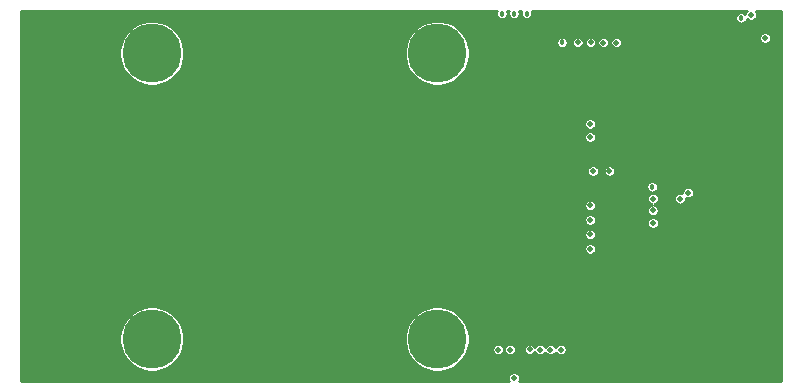
<source format=gbr>
%TF.GenerationSoftware,KiCad,Pcbnew,5.1.10-88a1d61d58~88~ubuntu20.04.1*%
%TF.CreationDate,2021-07-13T00:32:11+05:30*%
%TF.ProjectId,kimchi-epaper-lid,6b696d63-6869-42d6-9570-617065722d6c,v0.1*%
%TF.SameCoordinates,Original*%
%TF.FileFunction,Copper,L3,Inr*%
%TF.FilePolarity,Positive*%
%FSLAX46Y46*%
G04 Gerber Fmt 4.6, Leading zero omitted, Abs format (unit mm)*
G04 Created by KiCad (PCBNEW 5.1.10-88a1d61d58~88~ubuntu20.04.1) date 2021-07-13 00:32:11*
%MOMM*%
%LPD*%
G01*
G04 APERTURE LIST*
%TA.AperFunction,ComponentPad*%
%ADD10C,5.000000*%
%TD*%
%TA.AperFunction,ViaPad*%
%ADD11C,0.500000*%
%TD*%
%TA.AperFunction,ViaPad*%
%ADD12C,0.457200*%
%TD*%
%TA.AperFunction,Conductor*%
%ADD13C,0.254000*%
%TD*%
%TA.AperFunction,Conductor*%
%ADD14C,0.100000*%
%TD*%
G04 APERTURE END LIST*
D10*
X142600000Y-122100000D03*
X142600000Y-97900000D03*
X118450000Y-122100000D03*
X118450000Y-97900000D03*
D11*
X154492920Y-96985580D03*
X155585120Y-96995740D03*
X156677320Y-97000820D03*
X169179200Y-94656400D03*
X170380620Y-96617280D03*
X157769520Y-96998280D03*
X150423840Y-122987560D03*
X151302680Y-122992640D03*
X152181520Y-123007880D03*
X153060360Y-123000260D03*
X155557180Y-105014520D03*
X155554640Y-103884220D03*
X155790860Y-107894880D03*
X157187860Y-107892340D03*
X155562260Y-110790480D03*
X155562260Y-112015606D03*
X155562260Y-113240732D03*
X155562260Y-114465860D03*
D12*
X155887380Y-123002800D03*
X157109120Y-122992640D03*
X157129440Y-125423420D03*
X155821340Y-125390400D03*
X156498250Y-122982480D03*
X169750000Y-95200000D03*
X169750000Y-100050000D03*
X156475390Y-125406910D03*
D11*
X164729120Y-108212380D03*
X154614840Y-102860600D03*
D12*
X146830000Y-108940000D03*
X153164500Y-96995740D03*
X168335920Y-94918020D03*
X148079420Y-94549720D03*
X160797200Y-109220760D03*
X149100500Y-94549720D03*
D11*
X163169560Y-110221520D03*
D12*
X150169840Y-94549720D03*
D11*
X163857900Y-109718600D03*
X160860000Y-111220000D03*
X148773284Y-122993746D03*
X160865780Y-112276000D03*
X149097960Y-125398020D03*
X160865780Y-110216820D03*
X147772080Y-122992640D03*
D13*
X147615366Y-94408951D02*
X147596820Y-94502188D01*
X147596820Y-94597252D01*
X147615366Y-94690489D01*
X147651746Y-94778317D01*
X147704560Y-94857360D01*
X147771780Y-94924580D01*
X147850823Y-94977394D01*
X147938651Y-95013774D01*
X148031888Y-95032320D01*
X148126952Y-95032320D01*
X148220189Y-95013774D01*
X148308017Y-94977394D01*
X148387060Y-94924580D01*
X148454280Y-94857360D01*
X148507094Y-94778317D01*
X148543474Y-94690489D01*
X148562020Y-94597252D01*
X148562020Y-94502188D01*
X148543474Y-94408951D01*
X148510357Y-94329000D01*
X148669563Y-94329000D01*
X148636446Y-94408951D01*
X148617900Y-94502188D01*
X148617900Y-94597252D01*
X148636446Y-94690489D01*
X148672826Y-94778317D01*
X148725640Y-94857360D01*
X148792860Y-94924580D01*
X148871903Y-94977394D01*
X148959731Y-95013774D01*
X149052968Y-95032320D01*
X149148032Y-95032320D01*
X149241269Y-95013774D01*
X149329097Y-94977394D01*
X149408140Y-94924580D01*
X149475360Y-94857360D01*
X149528174Y-94778317D01*
X149564554Y-94690489D01*
X149583100Y-94597252D01*
X149583100Y-94502188D01*
X149564554Y-94408951D01*
X149531437Y-94329000D01*
X149738903Y-94329000D01*
X149705786Y-94408951D01*
X149687240Y-94502188D01*
X149687240Y-94597252D01*
X149705786Y-94690489D01*
X149742166Y-94778317D01*
X149794980Y-94857360D01*
X149862200Y-94924580D01*
X149941243Y-94977394D01*
X150029071Y-95013774D01*
X150122308Y-95032320D01*
X150217372Y-95032320D01*
X150310609Y-95013774D01*
X150398437Y-94977394D01*
X150477480Y-94924580D01*
X150544700Y-94857360D01*
X150597514Y-94778317D01*
X150633894Y-94690489D01*
X150652440Y-94597252D01*
X150652440Y-94502188D01*
X150633894Y-94408951D01*
X150600777Y-94329000D01*
X168793835Y-94329000D01*
X168787717Y-94335118D01*
X168732561Y-94417666D01*
X168694568Y-94509389D01*
X168680502Y-94580102D01*
X168643560Y-94543160D01*
X168564517Y-94490346D01*
X168476689Y-94453966D01*
X168383452Y-94435420D01*
X168288388Y-94435420D01*
X168195151Y-94453966D01*
X168107323Y-94490346D01*
X168028280Y-94543160D01*
X167961060Y-94610380D01*
X167908246Y-94689423D01*
X167871866Y-94777251D01*
X167853320Y-94870488D01*
X167853320Y-94965552D01*
X167871866Y-95058789D01*
X167908246Y-95146617D01*
X167961060Y-95225660D01*
X168028280Y-95292880D01*
X168107323Y-95345694D01*
X168195151Y-95382074D01*
X168288388Y-95400620D01*
X168383452Y-95400620D01*
X168476689Y-95382074D01*
X168564517Y-95345694D01*
X168643560Y-95292880D01*
X168710780Y-95225660D01*
X168763594Y-95146617D01*
X168799974Y-95058789D01*
X168811397Y-95001362D01*
X168857918Y-95047883D01*
X168940466Y-95103039D01*
X169032189Y-95141032D01*
X169129560Y-95160400D01*
X169228840Y-95160400D01*
X169326211Y-95141032D01*
X169417934Y-95103039D01*
X169500482Y-95047883D01*
X169570683Y-94977682D01*
X169625839Y-94895134D01*
X169663832Y-94803411D01*
X169683200Y-94706040D01*
X169683200Y-94606760D01*
X169663832Y-94509389D01*
X169625839Y-94417666D01*
X169570683Y-94335118D01*
X169564565Y-94329000D01*
X171671000Y-94329000D01*
X171671001Y-125671000D01*
X149521717Y-125671000D01*
X149544599Y-125636754D01*
X149582592Y-125545031D01*
X149601960Y-125447660D01*
X149601960Y-125348380D01*
X149582592Y-125251009D01*
X149544599Y-125159286D01*
X149489443Y-125076738D01*
X149419242Y-125006537D01*
X149336694Y-124951381D01*
X149244971Y-124913388D01*
X149147600Y-124894020D01*
X149048320Y-124894020D01*
X148950949Y-124913388D01*
X148859226Y-124951381D01*
X148776678Y-125006537D01*
X148706477Y-125076738D01*
X148651321Y-125159286D01*
X148613328Y-125251009D01*
X148593960Y-125348380D01*
X148593960Y-125447660D01*
X148613328Y-125545031D01*
X148651321Y-125636754D01*
X148674203Y-125671000D01*
X107329000Y-125671000D01*
X107329000Y-121828755D01*
X115696000Y-121828755D01*
X115696000Y-122371245D01*
X115801835Y-122903312D01*
X116009437Y-123404508D01*
X116310829Y-123855572D01*
X116694428Y-124239171D01*
X117145492Y-124540563D01*
X117646688Y-124748165D01*
X118178755Y-124854000D01*
X118721245Y-124854000D01*
X119253312Y-124748165D01*
X119754508Y-124540563D01*
X120205572Y-124239171D01*
X120589171Y-123855572D01*
X120890563Y-123404508D01*
X121098165Y-122903312D01*
X121204000Y-122371245D01*
X121204000Y-121828755D01*
X139846000Y-121828755D01*
X139846000Y-122371245D01*
X139951835Y-122903312D01*
X140159437Y-123404508D01*
X140460829Y-123855572D01*
X140844428Y-124239171D01*
X141295492Y-124540563D01*
X141796688Y-124748165D01*
X142328755Y-124854000D01*
X142871245Y-124854000D01*
X143403312Y-124748165D01*
X143904508Y-124540563D01*
X144355572Y-124239171D01*
X144739171Y-123855572D01*
X145040563Y-123404508D01*
X145231725Y-122943000D01*
X147268080Y-122943000D01*
X147268080Y-123042280D01*
X147287448Y-123139651D01*
X147325441Y-123231374D01*
X147380597Y-123313922D01*
X147450798Y-123384123D01*
X147533346Y-123439279D01*
X147625069Y-123477272D01*
X147722440Y-123496640D01*
X147821720Y-123496640D01*
X147919091Y-123477272D01*
X148010814Y-123439279D01*
X148093362Y-123384123D01*
X148163563Y-123313922D01*
X148218719Y-123231374D01*
X148256712Y-123139651D01*
X148272572Y-123059916D01*
X148288652Y-123140757D01*
X148326645Y-123232480D01*
X148381801Y-123315028D01*
X148452002Y-123385229D01*
X148534550Y-123440385D01*
X148626273Y-123478378D01*
X148723644Y-123497746D01*
X148822924Y-123497746D01*
X148920295Y-123478378D01*
X149012018Y-123440385D01*
X149094566Y-123385229D01*
X149164767Y-123315028D01*
X149219923Y-123232480D01*
X149257916Y-123140757D01*
X149277284Y-123043386D01*
X149277284Y-122944106D01*
X149276054Y-122937920D01*
X149919840Y-122937920D01*
X149919840Y-123037200D01*
X149939208Y-123134571D01*
X149977201Y-123226294D01*
X150032357Y-123308842D01*
X150102558Y-123379043D01*
X150185106Y-123434199D01*
X150276829Y-123472192D01*
X150374200Y-123491560D01*
X150473480Y-123491560D01*
X150570851Y-123472192D01*
X150662574Y-123434199D01*
X150745122Y-123379043D01*
X150815323Y-123308842D01*
X150861563Y-123239638D01*
X150911197Y-123313922D01*
X150981398Y-123384123D01*
X151063946Y-123439279D01*
X151155669Y-123477272D01*
X151253040Y-123496640D01*
X151352320Y-123496640D01*
X151449691Y-123477272D01*
X151541414Y-123439279D01*
X151623962Y-123384123D01*
X151694163Y-123313922D01*
X151737009Y-123249798D01*
X151790037Y-123329162D01*
X151860238Y-123399363D01*
X151942786Y-123454519D01*
X152034509Y-123492512D01*
X152131880Y-123511880D01*
X152231160Y-123511880D01*
X152328531Y-123492512D01*
X152420254Y-123454519D01*
X152502802Y-123399363D01*
X152573003Y-123329162D01*
X152623486Y-123253608D01*
X152668877Y-123321542D01*
X152739078Y-123391743D01*
X152821626Y-123446899D01*
X152913349Y-123484892D01*
X153010720Y-123504260D01*
X153110000Y-123504260D01*
X153207371Y-123484892D01*
X153299094Y-123446899D01*
X153381642Y-123391743D01*
X153451843Y-123321542D01*
X153506999Y-123238994D01*
X153544992Y-123147271D01*
X153564360Y-123049900D01*
X153564360Y-122950620D01*
X153544992Y-122853249D01*
X153506999Y-122761526D01*
X153451843Y-122678978D01*
X153381642Y-122608777D01*
X153299094Y-122553621D01*
X153207371Y-122515628D01*
X153110000Y-122496260D01*
X153010720Y-122496260D01*
X152913349Y-122515628D01*
X152821626Y-122553621D01*
X152739078Y-122608777D01*
X152668877Y-122678978D01*
X152618394Y-122754532D01*
X152573003Y-122686598D01*
X152502802Y-122616397D01*
X152420254Y-122561241D01*
X152328531Y-122523248D01*
X152231160Y-122503880D01*
X152131880Y-122503880D01*
X152034509Y-122523248D01*
X151942786Y-122561241D01*
X151860238Y-122616397D01*
X151790037Y-122686598D01*
X151747191Y-122750722D01*
X151694163Y-122671358D01*
X151623962Y-122601157D01*
X151541414Y-122546001D01*
X151449691Y-122508008D01*
X151352320Y-122488640D01*
X151253040Y-122488640D01*
X151155669Y-122508008D01*
X151063946Y-122546001D01*
X150981398Y-122601157D01*
X150911197Y-122671358D01*
X150864957Y-122740562D01*
X150815323Y-122666278D01*
X150745122Y-122596077D01*
X150662574Y-122540921D01*
X150570851Y-122502928D01*
X150473480Y-122483560D01*
X150374200Y-122483560D01*
X150276829Y-122502928D01*
X150185106Y-122540921D01*
X150102558Y-122596077D01*
X150032357Y-122666278D01*
X149977201Y-122748826D01*
X149939208Y-122840549D01*
X149919840Y-122937920D01*
X149276054Y-122937920D01*
X149257916Y-122846735D01*
X149219923Y-122755012D01*
X149164767Y-122672464D01*
X149094566Y-122602263D01*
X149012018Y-122547107D01*
X148920295Y-122509114D01*
X148822924Y-122489746D01*
X148723644Y-122489746D01*
X148626273Y-122509114D01*
X148534550Y-122547107D01*
X148452002Y-122602263D01*
X148381801Y-122672464D01*
X148326645Y-122755012D01*
X148288652Y-122846735D01*
X148272792Y-122926470D01*
X148256712Y-122845629D01*
X148218719Y-122753906D01*
X148163563Y-122671358D01*
X148093362Y-122601157D01*
X148010814Y-122546001D01*
X147919091Y-122508008D01*
X147821720Y-122488640D01*
X147722440Y-122488640D01*
X147625069Y-122508008D01*
X147533346Y-122546001D01*
X147450798Y-122601157D01*
X147380597Y-122671358D01*
X147325441Y-122753906D01*
X147287448Y-122845629D01*
X147268080Y-122943000D01*
X145231725Y-122943000D01*
X145248165Y-122903312D01*
X145354000Y-122371245D01*
X145354000Y-121828755D01*
X145248165Y-121296688D01*
X145040563Y-120795492D01*
X144739171Y-120344428D01*
X144355572Y-119960829D01*
X143904508Y-119659437D01*
X143403312Y-119451835D01*
X142871245Y-119346000D01*
X142328755Y-119346000D01*
X141796688Y-119451835D01*
X141295492Y-119659437D01*
X140844428Y-119960829D01*
X140460829Y-120344428D01*
X140159437Y-120795492D01*
X139951835Y-121296688D01*
X139846000Y-121828755D01*
X121204000Y-121828755D01*
X121098165Y-121296688D01*
X120890563Y-120795492D01*
X120589171Y-120344428D01*
X120205572Y-119960829D01*
X119754508Y-119659437D01*
X119253312Y-119451835D01*
X118721245Y-119346000D01*
X118178755Y-119346000D01*
X117646688Y-119451835D01*
X117145492Y-119659437D01*
X116694428Y-119960829D01*
X116310829Y-120344428D01*
X116009437Y-120795492D01*
X115801835Y-121296688D01*
X115696000Y-121828755D01*
X107329000Y-121828755D01*
X107329000Y-114416220D01*
X155058260Y-114416220D01*
X155058260Y-114515500D01*
X155077628Y-114612871D01*
X155115621Y-114704594D01*
X155170777Y-114787142D01*
X155240978Y-114857343D01*
X155323526Y-114912499D01*
X155415249Y-114950492D01*
X155512620Y-114969860D01*
X155611900Y-114969860D01*
X155709271Y-114950492D01*
X155800994Y-114912499D01*
X155883542Y-114857343D01*
X155953743Y-114787142D01*
X156008899Y-114704594D01*
X156046892Y-114612871D01*
X156066260Y-114515500D01*
X156066260Y-114416220D01*
X156046892Y-114318849D01*
X156008899Y-114227126D01*
X155953743Y-114144578D01*
X155883542Y-114074377D01*
X155800994Y-114019221D01*
X155709271Y-113981228D01*
X155611900Y-113961860D01*
X155512620Y-113961860D01*
X155415249Y-113981228D01*
X155323526Y-114019221D01*
X155240978Y-114074377D01*
X155170777Y-114144578D01*
X155115621Y-114227126D01*
X155077628Y-114318849D01*
X155058260Y-114416220D01*
X107329000Y-114416220D01*
X107329000Y-113191092D01*
X155058260Y-113191092D01*
X155058260Y-113290372D01*
X155077628Y-113387743D01*
X155115621Y-113479466D01*
X155170777Y-113562014D01*
X155240978Y-113632215D01*
X155323526Y-113687371D01*
X155415249Y-113725364D01*
X155512620Y-113744732D01*
X155611900Y-113744732D01*
X155709271Y-113725364D01*
X155800994Y-113687371D01*
X155883542Y-113632215D01*
X155953743Y-113562014D01*
X156008899Y-113479466D01*
X156046892Y-113387743D01*
X156066260Y-113290372D01*
X156066260Y-113191092D01*
X156046892Y-113093721D01*
X156008899Y-113001998D01*
X155953743Y-112919450D01*
X155883542Y-112849249D01*
X155800994Y-112794093D01*
X155709271Y-112756100D01*
X155611900Y-112736732D01*
X155512620Y-112736732D01*
X155415249Y-112756100D01*
X155323526Y-112794093D01*
X155240978Y-112849249D01*
X155170777Y-112919450D01*
X155115621Y-113001998D01*
X155077628Y-113093721D01*
X155058260Y-113191092D01*
X107329000Y-113191092D01*
X107329000Y-111965966D01*
X155058260Y-111965966D01*
X155058260Y-112065246D01*
X155077628Y-112162617D01*
X155115621Y-112254340D01*
X155170777Y-112336888D01*
X155240978Y-112407089D01*
X155323526Y-112462245D01*
X155415249Y-112500238D01*
X155512620Y-112519606D01*
X155611900Y-112519606D01*
X155709271Y-112500238D01*
X155800994Y-112462245D01*
X155883542Y-112407089D01*
X155953743Y-112336888D01*
X156008899Y-112254340D01*
X156020488Y-112226360D01*
X160361780Y-112226360D01*
X160361780Y-112325640D01*
X160381148Y-112423011D01*
X160419141Y-112514734D01*
X160474297Y-112597282D01*
X160544498Y-112667483D01*
X160627046Y-112722639D01*
X160718769Y-112760632D01*
X160816140Y-112780000D01*
X160915420Y-112780000D01*
X161012791Y-112760632D01*
X161104514Y-112722639D01*
X161187062Y-112667483D01*
X161257263Y-112597282D01*
X161312419Y-112514734D01*
X161350412Y-112423011D01*
X161369780Y-112325640D01*
X161369780Y-112226360D01*
X161350412Y-112128989D01*
X161312419Y-112037266D01*
X161257263Y-111954718D01*
X161187062Y-111884517D01*
X161104514Y-111829361D01*
X161012791Y-111791368D01*
X160915420Y-111772000D01*
X160816140Y-111772000D01*
X160718769Y-111791368D01*
X160627046Y-111829361D01*
X160544498Y-111884517D01*
X160474297Y-111954718D01*
X160419141Y-112037266D01*
X160381148Y-112128989D01*
X160361780Y-112226360D01*
X156020488Y-112226360D01*
X156046892Y-112162617D01*
X156066260Y-112065246D01*
X156066260Y-111965966D01*
X156046892Y-111868595D01*
X156008899Y-111776872D01*
X155953743Y-111694324D01*
X155883542Y-111624123D01*
X155800994Y-111568967D01*
X155709271Y-111530974D01*
X155611900Y-111511606D01*
X155512620Y-111511606D01*
X155415249Y-111530974D01*
X155323526Y-111568967D01*
X155240978Y-111624123D01*
X155170777Y-111694324D01*
X155115621Y-111776872D01*
X155077628Y-111868595D01*
X155058260Y-111965966D01*
X107329000Y-111965966D01*
X107329000Y-110740840D01*
X155058260Y-110740840D01*
X155058260Y-110840120D01*
X155077628Y-110937491D01*
X155115621Y-111029214D01*
X155170777Y-111111762D01*
X155240978Y-111181963D01*
X155323526Y-111237119D01*
X155415249Y-111275112D01*
X155512620Y-111294480D01*
X155611900Y-111294480D01*
X155709271Y-111275112D01*
X155800994Y-111237119D01*
X155883542Y-111181963D01*
X155895145Y-111170360D01*
X160356000Y-111170360D01*
X160356000Y-111269640D01*
X160375368Y-111367011D01*
X160413361Y-111458734D01*
X160468517Y-111541282D01*
X160538718Y-111611483D01*
X160621266Y-111666639D01*
X160712989Y-111704632D01*
X160810360Y-111724000D01*
X160909640Y-111724000D01*
X161007011Y-111704632D01*
X161098734Y-111666639D01*
X161181282Y-111611483D01*
X161251483Y-111541282D01*
X161306639Y-111458734D01*
X161344632Y-111367011D01*
X161364000Y-111269640D01*
X161364000Y-111170360D01*
X161344632Y-111072989D01*
X161306639Y-110981266D01*
X161251483Y-110898718D01*
X161181282Y-110828517D01*
X161098734Y-110773361D01*
X161007011Y-110735368D01*
X160924646Y-110718985D01*
X161012791Y-110701452D01*
X161104514Y-110663459D01*
X161187062Y-110608303D01*
X161257263Y-110538102D01*
X161312419Y-110455554D01*
X161350412Y-110363831D01*
X161369780Y-110266460D01*
X161369780Y-110171880D01*
X162665560Y-110171880D01*
X162665560Y-110271160D01*
X162684928Y-110368531D01*
X162722921Y-110460254D01*
X162778077Y-110542802D01*
X162848278Y-110613003D01*
X162930826Y-110668159D01*
X163022549Y-110706152D01*
X163119920Y-110725520D01*
X163219200Y-110725520D01*
X163316571Y-110706152D01*
X163408294Y-110668159D01*
X163490842Y-110613003D01*
X163561043Y-110542802D01*
X163616199Y-110460254D01*
X163654192Y-110368531D01*
X163673560Y-110271160D01*
X163673560Y-110187770D01*
X163710889Y-110203232D01*
X163808260Y-110222600D01*
X163907540Y-110222600D01*
X164004911Y-110203232D01*
X164096634Y-110165239D01*
X164179182Y-110110083D01*
X164249383Y-110039882D01*
X164304539Y-109957334D01*
X164342532Y-109865611D01*
X164361900Y-109768240D01*
X164361900Y-109668960D01*
X164342532Y-109571589D01*
X164304539Y-109479866D01*
X164249383Y-109397318D01*
X164179182Y-109327117D01*
X164096634Y-109271961D01*
X164004911Y-109233968D01*
X163907540Y-109214600D01*
X163808260Y-109214600D01*
X163710889Y-109233968D01*
X163619166Y-109271961D01*
X163536618Y-109327117D01*
X163466417Y-109397318D01*
X163411261Y-109479866D01*
X163373268Y-109571589D01*
X163353900Y-109668960D01*
X163353900Y-109752350D01*
X163316571Y-109736888D01*
X163219200Y-109717520D01*
X163119920Y-109717520D01*
X163022549Y-109736888D01*
X162930826Y-109774881D01*
X162848278Y-109830037D01*
X162778077Y-109900238D01*
X162722921Y-109982786D01*
X162684928Y-110074509D01*
X162665560Y-110171880D01*
X161369780Y-110171880D01*
X161369780Y-110167180D01*
X161350412Y-110069809D01*
X161312419Y-109978086D01*
X161257263Y-109895538D01*
X161187062Y-109825337D01*
X161104514Y-109770181D01*
X161012791Y-109732188D01*
X160915420Y-109712820D01*
X160816140Y-109712820D01*
X160718769Y-109732188D01*
X160627046Y-109770181D01*
X160544498Y-109825337D01*
X160474297Y-109895538D01*
X160419141Y-109978086D01*
X160381148Y-110069809D01*
X160361780Y-110167180D01*
X160361780Y-110266460D01*
X160381148Y-110363831D01*
X160419141Y-110455554D01*
X160474297Y-110538102D01*
X160544498Y-110608303D01*
X160627046Y-110663459D01*
X160718769Y-110701452D01*
X160801134Y-110717835D01*
X160712989Y-110735368D01*
X160621266Y-110773361D01*
X160538718Y-110828517D01*
X160468517Y-110898718D01*
X160413361Y-110981266D01*
X160375368Y-111072989D01*
X160356000Y-111170360D01*
X155895145Y-111170360D01*
X155953743Y-111111762D01*
X156008899Y-111029214D01*
X156046892Y-110937491D01*
X156066260Y-110840120D01*
X156066260Y-110740840D01*
X156046892Y-110643469D01*
X156008899Y-110551746D01*
X155953743Y-110469198D01*
X155883542Y-110398997D01*
X155800994Y-110343841D01*
X155709271Y-110305848D01*
X155611900Y-110286480D01*
X155512620Y-110286480D01*
X155415249Y-110305848D01*
X155323526Y-110343841D01*
X155240978Y-110398997D01*
X155170777Y-110469198D01*
X155115621Y-110551746D01*
X155077628Y-110643469D01*
X155058260Y-110740840D01*
X107329000Y-110740840D01*
X107329000Y-109173228D01*
X160314600Y-109173228D01*
X160314600Y-109268292D01*
X160333146Y-109361529D01*
X160369526Y-109449357D01*
X160422340Y-109528400D01*
X160489560Y-109595620D01*
X160568603Y-109648434D01*
X160656431Y-109684814D01*
X160749668Y-109703360D01*
X160844732Y-109703360D01*
X160937969Y-109684814D01*
X161025797Y-109648434D01*
X161104840Y-109595620D01*
X161172060Y-109528400D01*
X161224874Y-109449357D01*
X161261254Y-109361529D01*
X161279800Y-109268292D01*
X161279800Y-109173228D01*
X161261254Y-109079991D01*
X161224874Y-108992163D01*
X161172060Y-108913120D01*
X161104840Y-108845900D01*
X161025797Y-108793086D01*
X160937969Y-108756706D01*
X160844732Y-108738160D01*
X160749668Y-108738160D01*
X160656431Y-108756706D01*
X160568603Y-108793086D01*
X160489560Y-108845900D01*
X160422340Y-108913120D01*
X160369526Y-108992163D01*
X160333146Y-109079991D01*
X160314600Y-109173228D01*
X107329000Y-109173228D01*
X107329000Y-107845240D01*
X155286860Y-107845240D01*
X155286860Y-107944520D01*
X155306228Y-108041891D01*
X155344221Y-108133614D01*
X155399377Y-108216162D01*
X155469578Y-108286363D01*
X155552126Y-108341519D01*
X155643849Y-108379512D01*
X155741220Y-108398880D01*
X155840500Y-108398880D01*
X155937871Y-108379512D01*
X156029594Y-108341519D01*
X156112142Y-108286363D01*
X156182343Y-108216162D01*
X156237499Y-108133614D01*
X156275492Y-108041891D01*
X156294860Y-107944520D01*
X156294860Y-107845240D01*
X156294355Y-107842700D01*
X156683860Y-107842700D01*
X156683860Y-107941980D01*
X156703228Y-108039351D01*
X156741221Y-108131074D01*
X156796377Y-108213622D01*
X156866578Y-108283823D01*
X156949126Y-108338979D01*
X157040849Y-108376972D01*
X157138220Y-108396340D01*
X157237500Y-108396340D01*
X157334871Y-108376972D01*
X157426594Y-108338979D01*
X157509142Y-108283823D01*
X157579343Y-108213622D01*
X157634499Y-108131074D01*
X157672492Y-108039351D01*
X157691860Y-107941980D01*
X157691860Y-107842700D01*
X157672492Y-107745329D01*
X157634499Y-107653606D01*
X157579343Y-107571058D01*
X157509142Y-107500857D01*
X157426594Y-107445701D01*
X157334871Y-107407708D01*
X157237500Y-107388340D01*
X157138220Y-107388340D01*
X157040849Y-107407708D01*
X156949126Y-107445701D01*
X156866578Y-107500857D01*
X156796377Y-107571058D01*
X156741221Y-107653606D01*
X156703228Y-107745329D01*
X156683860Y-107842700D01*
X156294355Y-107842700D01*
X156275492Y-107747869D01*
X156237499Y-107656146D01*
X156182343Y-107573598D01*
X156112142Y-107503397D01*
X156029594Y-107448241D01*
X155937871Y-107410248D01*
X155840500Y-107390880D01*
X155741220Y-107390880D01*
X155643849Y-107410248D01*
X155552126Y-107448241D01*
X155469578Y-107503397D01*
X155399377Y-107573598D01*
X155344221Y-107656146D01*
X155306228Y-107747869D01*
X155286860Y-107845240D01*
X107329000Y-107845240D01*
X107329000Y-104964880D01*
X155053180Y-104964880D01*
X155053180Y-105064160D01*
X155072548Y-105161531D01*
X155110541Y-105253254D01*
X155165697Y-105335802D01*
X155235898Y-105406003D01*
X155318446Y-105461159D01*
X155410169Y-105499152D01*
X155507540Y-105518520D01*
X155606820Y-105518520D01*
X155704191Y-105499152D01*
X155795914Y-105461159D01*
X155878462Y-105406003D01*
X155948663Y-105335802D01*
X156003819Y-105253254D01*
X156041812Y-105161531D01*
X156061180Y-105064160D01*
X156061180Y-104964880D01*
X156041812Y-104867509D01*
X156003819Y-104775786D01*
X155948663Y-104693238D01*
X155878462Y-104623037D01*
X155795914Y-104567881D01*
X155704191Y-104529888D01*
X155606820Y-104510520D01*
X155507540Y-104510520D01*
X155410169Y-104529888D01*
X155318446Y-104567881D01*
X155235898Y-104623037D01*
X155165697Y-104693238D01*
X155110541Y-104775786D01*
X155072548Y-104867509D01*
X155053180Y-104964880D01*
X107329000Y-104964880D01*
X107329000Y-103834580D01*
X155050640Y-103834580D01*
X155050640Y-103933860D01*
X155070008Y-104031231D01*
X155108001Y-104122954D01*
X155163157Y-104205502D01*
X155233358Y-104275703D01*
X155315906Y-104330859D01*
X155407629Y-104368852D01*
X155505000Y-104388220D01*
X155604280Y-104388220D01*
X155701651Y-104368852D01*
X155793374Y-104330859D01*
X155875922Y-104275703D01*
X155946123Y-104205502D01*
X156001279Y-104122954D01*
X156039272Y-104031231D01*
X156058640Y-103933860D01*
X156058640Y-103834580D01*
X156039272Y-103737209D01*
X156001279Y-103645486D01*
X155946123Y-103562938D01*
X155875922Y-103492737D01*
X155793374Y-103437581D01*
X155701651Y-103399588D01*
X155604280Y-103380220D01*
X155505000Y-103380220D01*
X155407629Y-103399588D01*
X155315906Y-103437581D01*
X155233358Y-103492737D01*
X155163157Y-103562938D01*
X155108001Y-103645486D01*
X155070008Y-103737209D01*
X155050640Y-103834580D01*
X107329000Y-103834580D01*
X107329000Y-97628755D01*
X115696000Y-97628755D01*
X115696000Y-98171245D01*
X115801835Y-98703312D01*
X116009437Y-99204508D01*
X116310829Y-99655572D01*
X116694428Y-100039171D01*
X117145492Y-100340563D01*
X117646688Y-100548165D01*
X118178755Y-100654000D01*
X118721245Y-100654000D01*
X119253312Y-100548165D01*
X119754508Y-100340563D01*
X120205572Y-100039171D01*
X120589171Y-99655572D01*
X120890563Y-99204508D01*
X121098165Y-98703312D01*
X121204000Y-98171245D01*
X121204000Y-97628755D01*
X139846000Y-97628755D01*
X139846000Y-98171245D01*
X139951835Y-98703312D01*
X140159437Y-99204508D01*
X140460829Y-99655572D01*
X140844428Y-100039171D01*
X141295492Y-100340563D01*
X141796688Y-100548165D01*
X142328755Y-100654000D01*
X142871245Y-100654000D01*
X143403312Y-100548165D01*
X143904508Y-100340563D01*
X144355572Y-100039171D01*
X144739171Y-99655572D01*
X145040563Y-99204508D01*
X145248165Y-98703312D01*
X145354000Y-98171245D01*
X145354000Y-97628755D01*
X145248165Y-97096688D01*
X145186663Y-96948208D01*
X152681900Y-96948208D01*
X152681900Y-97043272D01*
X152700446Y-97136509D01*
X152736826Y-97224337D01*
X152789640Y-97303380D01*
X152856860Y-97370600D01*
X152935903Y-97423414D01*
X153023731Y-97459794D01*
X153116968Y-97478340D01*
X153212032Y-97478340D01*
X153305269Y-97459794D01*
X153393097Y-97423414D01*
X153472140Y-97370600D01*
X153539360Y-97303380D01*
X153592174Y-97224337D01*
X153628554Y-97136509D01*
X153647100Y-97043272D01*
X153647100Y-96948208D01*
X153644660Y-96935940D01*
X153988920Y-96935940D01*
X153988920Y-97035220D01*
X154008288Y-97132591D01*
X154046281Y-97224314D01*
X154101437Y-97306862D01*
X154171638Y-97377063D01*
X154254186Y-97432219D01*
X154345909Y-97470212D01*
X154443280Y-97489580D01*
X154542560Y-97489580D01*
X154639931Y-97470212D01*
X154731654Y-97432219D01*
X154814202Y-97377063D01*
X154884403Y-97306862D01*
X154939559Y-97224314D01*
X154977552Y-97132591D01*
X154996920Y-97035220D01*
X154996920Y-96946100D01*
X155081120Y-96946100D01*
X155081120Y-97045380D01*
X155100488Y-97142751D01*
X155138481Y-97234474D01*
X155193637Y-97317022D01*
X155263838Y-97387223D01*
X155346386Y-97442379D01*
X155438109Y-97480372D01*
X155535480Y-97499740D01*
X155634760Y-97499740D01*
X155732131Y-97480372D01*
X155823854Y-97442379D01*
X155906402Y-97387223D01*
X155976603Y-97317022D01*
X156031759Y-97234474D01*
X156069752Y-97142751D01*
X156089120Y-97045380D01*
X156089120Y-96951180D01*
X156173320Y-96951180D01*
X156173320Y-97050460D01*
X156192688Y-97147831D01*
X156230681Y-97239554D01*
X156285837Y-97322102D01*
X156356038Y-97392303D01*
X156438586Y-97447459D01*
X156530309Y-97485452D01*
X156627680Y-97504820D01*
X156726960Y-97504820D01*
X156824331Y-97485452D01*
X156916054Y-97447459D01*
X156998602Y-97392303D01*
X157068803Y-97322102D01*
X157123959Y-97239554D01*
X157161952Y-97147831D01*
X157181320Y-97050460D01*
X157181320Y-96951180D01*
X157180815Y-96948640D01*
X157265520Y-96948640D01*
X157265520Y-97047920D01*
X157284888Y-97145291D01*
X157322881Y-97237014D01*
X157378037Y-97319562D01*
X157448238Y-97389763D01*
X157530786Y-97444919D01*
X157622509Y-97482912D01*
X157719880Y-97502280D01*
X157819160Y-97502280D01*
X157916531Y-97482912D01*
X158008254Y-97444919D01*
X158090802Y-97389763D01*
X158161003Y-97319562D01*
X158216159Y-97237014D01*
X158254152Y-97145291D01*
X158273520Y-97047920D01*
X158273520Y-96948640D01*
X158254152Y-96851269D01*
X158216159Y-96759546D01*
X158161003Y-96676998D01*
X158090802Y-96606797D01*
X158032199Y-96567640D01*
X169876620Y-96567640D01*
X169876620Y-96666920D01*
X169895988Y-96764291D01*
X169933981Y-96856014D01*
X169989137Y-96938562D01*
X170059338Y-97008763D01*
X170141886Y-97063919D01*
X170233609Y-97101912D01*
X170330980Y-97121280D01*
X170430260Y-97121280D01*
X170527631Y-97101912D01*
X170619354Y-97063919D01*
X170701902Y-97008763D01*
X170772103Y-96938562D01*
X170827259Y-96856014D01*
X170865252Y-96764291D01*
X170884620Y-96666920D01*
X170884620Y-96567640D01*
X170865252Y-96470269D01*
X170827259Y-96378546D01*
X170772103Y-96295998D01*
X170701902Y-96225797D01*
X170619354Y-96170641D01*
X170527631Y-96132648D01*
X170430260Y-96113280D01*
X170330980Y-96113280D01*
X170233609Y-96132648D01*
X170141886Y-96170641D01*
X170059338Y-96225797D01*
X169989137Y-96295998D01*
X169933981Y-96378546D01*
X169895988Y-96470269D01*
X169876620Y-96567640D01*
X158032199Y-96567640D01*
X158008254Y-96551641D01*
X157916531Y-96513648D01*
X157819160Y-96494280D01*
X157719880Y-96494280D01*
X157622509Y-96513648D01*
X157530786Y-96551641D01*
X157448238Y-96606797D01*
X157378037Y-96676998D01*
X157322881Y-96759546D01*
X157284888Y-96851269D01*
X157265520Y-96948640D01*
X157180815Y-96948640D01*
X157161952Y-96853809D01*
X157123959Y-96762086D01*
X157068803Y-96679538D01*
X156998602Y-96609337D01*
X156916054Y-96554181D01*
X156824331Y-96516188D01*
X156726960Y-96496820D01*
X156627680Y-96496820D01*
X156530309Y-96516188D01*
X156438586Y-96554181D01*
X156356038Y-96609337D01*
X156285837Y-96679538D01*
X156230681Y-96762086D01*
X156192688Y-96853809D01*
X156173320Y-96951180D01*
X156089120Y-96951180D01*
X156089120Y-96946100D01*
X156069752Y-96848729D01*
X156031759Y-96757006D01*
X155976603Y-96674458D01*
X155906402Y-96604257D01*
X155823854Y-96549101D01*
X155732131Y-96511108D01*
X155634760Y-96491740D01*
X155535480Y-96491740D01*
X155438109Y-96511108D01*
X155346386Y-96549101D01*
X155263838Y-96604257D01*
X155193637Y-96674458D01*
X155138481Y-96757006D01*
X155100488Y-96848729D01*
X155081120Y-96946100D01*
X154996920Y-96946100D01*
X154996920Y-96935940D01*
X154977552Y-96838569D01*
X154939559Y-96746846D01*
X154884403Y-96664298D01*
X154814202Y-96594097D01*
X154731654Y-96538941D01*
X154639931Y-96500948D01*
X154542560Y-96481580D01*
X154443280Y-96481580D01*
X154345909Y-96500948D01*
X154254186Y-96538941D01*
X154171638Y-96594097D01*
X154101437Y-96664298D01*
X154046281Y-96746846D01*
X154008288Y-96838569D01*
X153988920Y-96935940D01*
X153644660Y-96935940D01*
X153628554Y-96854971D01*
X153592174Y-96767143D01*
X153539360Y-96688100D01*
X153472140Y-96620880D01*
X153393097Y-96568066D01*
X153305269Y-96531686D01*
X153212032Y-96513140D01*
X153116968Y-96513140D01*
X153023731Y-96531686D01*
X152935903Y-96568066D01*
X152856860Y-96620880D01*
X152789640Y-96688100D01*
X152736826Y-96767143D01*
X152700446Y-96854971D01*
X152681900Y-96948208D01*
X145186663Y-96948208D01*
X145040563Y-96595492D01*
X144739171Y-96144428D01*
X144355572Y-95760829D01*
X143904508Y-95459437D01*
X143403312Y-95251835D01*
X142871245Y-95146000D01*
X142328755Y-95146000D01*
X141796688Y-95251835D01*
X141295492Y-95459437D01*
X140844428Y-95760829D01*
X140460829Y-96144428D01*
X140159437Y-96595492D01*
X139951835Y-97096688D01*
X139846000Y-97628755D01*
X121204000Y-97628755D01*
X121098165Y-97096688D01*
X120890563Y-96595492D01*
X120589171Y-96144428D01*
X120205572Y-95760829D01*
X119754508Y-95459437D01*
X119253312Y-95251835D01*
X118721245Y-95146000D01*
X118178755Y-95146000D01*
X117646688Y-95251835D01*
X117145492Y-95459437D01*
X116694428Y-95760829D01*
X116310829Y-96144428D01*
X116009437Y-96595492D01*
X115801835Y-97096688D01*
X115696000Y-97628755D01*
X107329000Y-97628755D01*
X107329000Y-94329000D01*
X147648483Y-94329000D01*
X147615366Y-94408951D01*
%TA.AperFunction,Conductor*%
D14*
G36*
X147615366Y-94408951D02*
G01*
X147596820Y-94502188D01*
X147596820Y-94597252D01*
X147615366Y-94690489D01*
X147651746Y-94778317D01*
X147704560Y-94857360D01*
X147771780Y-94924580D01*
X147850823Y-94977394D01*
X147938651Y-95013774D01*
X148031888Y-95032320D01*
X148126952Y-95032320D01*
X148220189Y-95013774D01*
X148308017Y-94977394D01*
X148387060Y-94924580D01*
X148454280Y-94857360D01*
X148507094Y-94778317D01*
X148543474Y-94690489D01*
X148562020Y-94597252D01*
X148562020Y-94502188D01*
X148543474Y-94408951D01*
X148510357Y-94329000D01*
X148669563Y-94329000D01*
X148636446Y-94408951D01*
X148617900Y-94502188D01*
X148617900Y-94597252D01*
X148636446Y-94690489D01*
X148672826Y-94778317D01*
X148725640Y-94857360D01*
X148792860Y-94924580D01*
X148871903Y-94977394D01*
X148959731Y-95013774D01*
X149052968Y-95032320D01*
X149148032Y-95032320D01*
X149241269Y-95013774D01*
X149329097Y-94977394D01*
X149408140Y-94924580D01*
X149475360Y-94857360D01*
X149528174Y-94778317D01*
X149564554Y-94690489D01*
X149583100Y-94597252D01*
X149583100Y-94502188D01*
X149564554Y-94408951D01*
X149531437Y-94329000D01*
X149738903Y-94329000D01*
X149705786Y-94408951D01*
X149687240Y-94502188D01*
X149687240Y-94597252D01*
X149705786Y-94690489D01*
X149742166Y-94778317D01*
X149794980Y-94857360D01*
X149862200Y-94924580D01*
X149941243Y-94977394D01*
X150029071Y-95013774D01*
X150122308Y-95032320D01*
X150217372Y-95032320D01*
X150310609Y-95013774D01*
X150398437Y-94977394D01*
X150477480Y-94924580D01*
X150544700Y-94857360D01*
X150597514Y-94778317D01*
X150633894Y-94690489D01*
X150652440Y-94597252D01*
X150652440Y-94502188D01*
X150633894Y-94408951D01*
X150600777Y-94329000D01*
X168793835Y-94329000D01*
X168787717Y-94335118D01*
X168732561Y-94417666D01*
X168694568Y-94509389D01*
X168680502Y-94580102D01*
X168643560Y-94543160D01*
X168564517Y-94490346D01*
X168476689Y-94453966D01*
X168383452Y-94435420D01*
X168288388Y-94435420D01*
X168195151Y-94453966D01*
X168107323Y-94490346D01*
X168028280Y-94543160D01*
X167961060Y-94610380D01*
X167908246Y-94689423D01*
X167871866Y-94777251D01*
X167853320Y-94870488D01*
X167853320Y-94965552D01*
X167871866Y-95058789D01*
X167908246Y-95146617D01*
X167961060Y-95225660D01*
X168028280Y-95292880D01*
X168107323Y-95345694D01*
X168195151Y-95382074D01*
X168288388Y-95400620D01*
X168383452Y-95400620D01*
X168476689Y-95382074D01*
X168564517Y-95345694D01*
X168643560Y-95292880D01*
X168710780Y-95225660D01*
X168763594Y-95146617D01*
X168799974Y-95058789D01*
X168811397Y-95001362D01*
X168857918Y-95047883D01*
X168940466Y-95103039D01*
X169032189Y-95141032D01*
X169129560Y-95160400D01*
X169228840Y-95160400D01*
X169326211Y-95141032D01*
X169417934Y-95103039D01*
X169500482Y-95047883D01*
X169570683Y-94977682D01*
X169625839Y-94895134D01*
X169663832Y-94803411D01*
X169683200Y-94706040D01*
X169683200Y-94606760D01*
X169663832Y-94509389D01*
X169625839Y-94417666D01*
X169570683Y-94335118D01*
X169564565Y-94329000D01*
X171671000Y-94329000D01*
X171671001Y-125671000D01*
X149521717Y-125671000D01*
X149544599Y-125636754D01*
X149582592Y-125545031D01*
X149601960Y-125447660D01*
X149601960Y-125348380D01*
X149582592Y-125251009D01*
X149544599Y-125159286D01*
X149489443Y-125076738D01*
X149419242Y-125006537D01*
X149336694Y-124951381D01*
X149244971Y-124913388D01*
X149147600Y-124894020D01*
X149048320Y-124894020D01*
X148950949Y-124913388D01*
X148859226Y-124951381D01*
X148776678Y-125006537D01*
X148706477Y-125076738D01*
X148651321Y-125159286D01*
X148613328Y-125251009D01*
X148593960Y-125348380D01*
X148593960Y-125447660D01*
X148613328Y-125545031D01*
X148651321Y-125636754D01*
X148674203Y-125671000D01*
X107329000Y-125671000D01*
X107329000Y-121828755D01*
X115696000Y-121828755D01*
X115696000Y-122371245D01*
X115801835Y-122903312D01*
X116009437Y-123404508D01*
X116310829Y-123855572D01*
X116694428Y-124239171D01*
X117145492Y-124540563D01*
X117646688Y-124748165D01*
X118178755Y-124854000D01*
X118721245Y-124854000D01*
X119253312Y-124748165D01*
X119754508Y-124540563D01*
X120205572Y-124239171D01*
X120589171Y-123855572D01*
X120890563Y-123404508D01*
X121098165Y-122903312D01*
X121204000Y-122371245D01*
X121204000Y-121828755D01*
X139846000Y-121828755D01*
X139846000Y-122371245D01*
X139951835Y-122903312D01*
X140159437Y-123404508D01*
X140460829Y-123855572D01*
X140844428Y-124239171D01*
X141295492Y-124540563D01*
X141796688Y-124748165D01*
X142328755Y-124854000D01*
X142871245Y-124854000D01*
X143403312Y-124748165D01*
X143904508Y-124540563D01*
X144355572Y-124239171D01*
X144739171Y-123855572D01*
X145040563Y-123404508D01*
X145231725Y-122943000D01*
X147268080Y-122943000D01*
X147268080Y-123042280D01*
X147287448Y-123139651D01*
X147325441Y-123231374D01*
X147380597Y-123313922D01*
X147450798Y-123384123D01*
X147533346Y-123439279D01*
X147625069Y-123477272D01*
X147722440Y-123496640D01*
X147821720Y-123496640D01*
X147919091Y-123477272D01*
X148010814Y-123439279D01*
X148093362Y-123384123D01*
X148163563Y-123313922D01*
X148218719Y-123231374D01*
X148256712Y-123139651D01*
X148272572Y-123059916D01*
X148288652Y-123140757D01*
X148326645Y-123232480D01*
X148381801Y-123315028D01*
X148452002Y-123385229D01*
X148534550Y-123440385D01*
X148626273Y-123478378D01*
X148723644Y-123497746D01*
X148822924Y-123497746D01*
X148920295Y-123478378D01*
X149012018Y-123440385D01*
X149094566Y-123385229D01*
X149164767Y-123315028D01*
X149219923Y-123232480D01*
X149257916Y-123140757D01*
X149277284Y-123043386D01*
X149277284Y-122944106D01*
X149276054Y-122937920D01*
X149919840Y-122937920D01*
X149919840Y-123037200D01*
X149939208Y-123134571D01*
X149977201Y-123226294D01*
X150032357Y-123308842D01*
X150102558Y-123379043D01*
X150185106Y-123434199D01*
X150276829Y-123472192D01*
X150374200Y-123491560D01*
X150473480Y-123491560D01*
X150570851Y-123472192D01*
X150662574Y-123434199D01*
X150745122Y-123379043D01*
X150815323Y-123308842D01*
X150861563Y-123239638D01*
X150911197Y-123313922D01*
X150981398Y-123384123D01*
X151063946Y-123439279D01*
X151155669Y-123477272D01*
X151253040Y-123496640D01*
X151352320Y-123496640D01*
X151449691Y-123477272D01*
X151541414Y-123439279D01*
X151623962Y-123384123D01*
X151694163Y-123313922D01*
X151737009Y-123249798D01*
X151790037Y-123329162D01*
X151860238Y-123399363D01*
X151942786Y-123454519D01*
X152034509Y-123492512D01*
X152131880Y-123511880D01*
X152231160Y-123511880D01*
X152328531Y-123492512D01*
X152420254Y-123454519D01*
X152502802Y-123399363D01*
X152573003Y-123329162D01*
X152623486Y-123253608D01*
X152668877Y-123321542D01*
X152739078Y-123391743D01*
X152821626Y-123446899D01*
X152913349Y-123484892D01*
X153010720Y-123504260D01*
X153110000Y-123504260D01*
X153207371Y-123484892D01*
X153299094Y-123446899D01*
X153381642Y-123391743D01*
X153451843Y-123321542D01*
X153506999Y-123238994D01*
X153544992Y-123147271D01*
X153564360Y-123049900D01*
X153564360Y-122950620D01*
X153544992Y-122853249D01*
X153506999Y-122761526D01*
X153451843Y-122678978D01*
X153381642Y-122608777D01*
X153299094Y-122553621D01*
X153207371Y-122515628D01*
X153110000Y-122496260D01*
X153010720Y-122496260D01*
X152913349Y-122515628D01*
X152821626Y-122553621D01*
X152739078Y-122608777D01*
X152668877Y-122678978D01*
X152618394Y-122754532D01*
X152573003Y-122686598D01*
X152502802Y-122616397D01*
X152420254Y-122561241D01*
X152328531Y-122523248D01*
X152231160Y-122503880D01*
X152131880Y-122503880D01*
X152034509Y-122523248D01*
X151942786Y-122561241D01*
X151860238Y-122616397D01*
X151790037Y-122686598D01*
X151747191Y-122750722D01*
X151694163Y-122671358D01*
X151623962Y-122601157D01*
X151541414Y-122546001D01*
X151449691Y-122508008D01*
X151352320Y-122488640D01*
X151253040Y-122488640D01*
X151155669Y-122508008D01*
X151063946Y-122546001D01*
X150981398Y-122601157D01*
X150911197Y-122671358D01*
X150864957Y-122740562D01*
X150815323Y-122666278D01*
X150745122Y-122596077D01*
X150662574Y-122540921D01*
X150570851Y-122502928D01*
X150473480Y-122483560D01*
X150374200Y-122483560D01*
X150276829Y-122502928D01*
X150185106Y-122540921D01*
X150102558Y-122596077D01*
X150032357Y-122666278D01*
X149977201Y-122748826D01*
X149939208Y-122840549D01*
X149919840Y-122937920D01*
X149276054Y-122937920D01*
X149257916Y-122846735D01*
X149219923Y-122755012D01*
X149164767Y-122672464D01*
X149094566Y-122602263D01*
X149012018Y-122547107D01*
X148920295Y-122509114D01*
X148822924Y-122489746D01*
X148723644Y-122489746D01*
X148626273Y-122509114D01*
X148534550Y-122547107D01*
X148452002Y-122602263D01*
X148381801Y-122672464D01*
X148326645Y-122755012D01*
X148288652Y-122846735D01*
X148272792Y-122926470D01*
X148256712Y-122845629D01*
X148218719Y-122753906D01*
X148163563Y-122671358D01*
X148093362Y-122601157D01*
X148010814Y-122546001D01*
X147919091Y-122508008D01*
X147821720Y-122488640D01*
X147722440Y-122488640D01*
X147625069Y-122508008D01*
X147533346Y-122546001D01*
X147450798Y-122601157D01*
X147380597Y-122671358D01*
X147325441Y-122753906D01*
X147287448Y-122845629D01*
X147268080Y-122943000D01*
X145231725Y-122943000D01*
X145248165Y-122903312D01*
X145354000Y-122371245D01*
X145354000Y-121828755D01*
X145248165Y-121296688D01*
X145040563Y-120795492D01*
X144739171Y-120344428D01*
X144355572Y-119960829D01*
X143904508Y-119659437D01*
X143403312Y-119451835D01*
X142871245Y-119346000D01*
X142328755Y-119346000D01*
X141796688Y-119451835D01*
X141295492Y-119659437D01*
X140844428Y-119960829D01*
X140460829Y-120344428D01*
X140159437Y-120795492D01*
X139951835Y-121296688D01*
X139846000Y-121828755D01*
X121204000Y-121828755D01*
X121098165Y-121296688D01*
X120890563Y-120795492D01*
X120589171Y-120344428D01*
X120205572Y-119960829D01*
X119754508Y-119659437D01*
X119253312Y-119451835D01*
X118721245Y-119346000D01*
X118178755Y-119346000D01*
X117646688Y-119451835D01*
X117145492Y-119659437D01*
X116694428Y-119960829D01*
X116310829Y-120344428D01*
X116009437Y-120795492D01*
X115801835Y-121296688D01*
X115696000Y-121828755D01*
X107329000Y-121828755D01*
X107329000Y-114416220D01*
X155058260Y-114416220D01*
X155058260Y-114515500D01*
X155077628Y-114612871D01*
X155115621Y-114704594D01*
X155170777Y-114787142D01*
X155240978Y-114857343D01*
X155323526Y-114912499D01*
X155415249Y-114950492D01*
X155512620Y-114969860D01*
X155611900Y-114969860D01*
X155709271Y-114950492D01*
X155800994Y-114912499D01*
X155883542Y-114857343D01*
X155953743Y-114787142D01*
X156008899Y-114704594D01*
X156046892Y-114612871D01*
X156066260Y-114515500D01*
X156066260Y-114416220D01*
X156046892Y-114318849D01*
X156008899Y-114227126D01*
X155953743Y-114144578D01*
X155883542Y-114074377D01*
X155800994Y-114019221D01*
X155709271Y-113981228D01*
X155611900Y-113961860D01*
X155512620Y-113961860D01*
X155415249Y-113981228D01*
X155323526Y-114019221D01*
X155240978Y-114074377D01*
X155170777Y-114144578D01*
X155115621Y-114227126D01*
X155077628Y-114318849D01*
X155058260Y-114416220D01*
X107329000Y-114416220D01*
X107329000Y-113191092D01*
X155058260Y-113191092D01*
X155058260Y-113290372D01*
X155077628Y-113387743D01*
X155115621Y-113479466D01*
X155170777Y-113562014D01*
X155240978Y-113632215D01*
X155323526Y-113687371D01*
X155415249Y-113725364D01*
X155512620Y-113744732D01*
X155611900Y-113744732D01*
X155709271Y-113725364D01*
X155800994Y-113687371D01*
X155883542Y-113632215D01*
X155953743Y-113562014D01*
X156008899Y-113479466D01*
X156046892Y-113387743D01*
X156066260Y-113290372D01*
X156066260Y-113191092D01*
X156046892Y-113093721D01*
X156008899Y-113001998D01*
X155953743Y-112919450D01*
X155883542Y-112849249D01*
X155800994Y-112794093D01*
X155709271Y-112756100D01*
X155611900Y-112736732D01*
X155512620Y-112736732D01*
X155415249Y-112756100D01*
X155323526Y-112794093D01*
X155240978Y-112849249D01*
X155170777Y-112919450D01*
X155115621Y-113001998D01*
X155077628Y-113093721D01*
X155058260Y-113191092D01*
X107329000Y-113191092D01*
X107329000Y-111965966D01*
X155058260Y-111965966D01*
X155058260Y-112065246D01*
X155077628Y-112162617D01*
X155115621Y-112254340D01*
X155170777Y-112336888D01*
X155240978Y-112407089D01*
X155323526Y-112462245D01*
X155415249Y-112500238D01*
X155512620Y-112519606D01*
X155611900Y-112519606D01*
X155709271Y-112500238D01*
X155800994Y-112462245D01*
X155883542Y-112407089D01*
X155953743Y-112336888D01*
X156008899Y-112254340D01*
X156020488Y-112226360D01*
X160361780Y-112226360D01*
X160361780Y-112325640D01*
X160381148Y-112423011D01*
X160419141Y-112514734D01*
X160474297Y-112597282D01*
X160544498Y-112667483D01*
X160627046Y-112722639D01*
X160718769Y-112760632D01*
X160816140Y-112780000D01*
X160915420Y-112780000D01*
X161012791Y-112760632D01*
X161104514Y-112722639D01*
X161187062Y-112667483D01*
X161257263Y-112597282D01*
X161312419Y-112514734D01*
X161350412Y-112423011D01*
X161369780Y-112325640D01*
X161369780Y-112226360D01*
X161350412Y-112128989D01*
X161312419Y-112037266D01*
X161257263Y-111954718D01*
X161187062Y-111884517D01*
X161104514Y-111829361D01*
X161012791Y-111791368D01*
X160915420Y-111772000D01*
X160816140Y-111772000D01*
X160718769Y-111791368D01*
X160627046Y-111829361D01*
X160544498Y-111884517D01*
X160474297Y-111954718D01*
X160419141Y-112037266D01*
X160381148Y-112128989D01*
X160361780Y-112226360D01*
X156020488Y-112226360D01*
X156046892Y-112162617D01*
X156066260Y-112065246D01*
X156066260Y-111965966D01*
X156046892Y-111868595D01*
X156008899Y-111776872D01*
X155953743Y-111694324D01*
X155883542Y-111624123D01*
X155800994Y-111568967D01*
X155709271Y-111530974D01*
X155611900Y-111511606D01*
X155512620Y-111511606D01*
X155415249Y-111530974D01*
X155323526Y-111568967D01*
X155240978Y-111624123D01*
X155170777Y-111694324D01*
X155115621Y-111776872D01*
X155077628Y-111868595D01*
X155058260Y-111965966D01*
X107329000Y-111965966D01*
X107329000Y-110740840D01*
X155058260Y-110740840D01*
X155058260Y-110840120D01*
X155077628Y-110937491D01*
X155115621Y-111029214D01*
X155170777Y-111111762D01*
X155240978Y-111181963D01*
X155323526Y-111237119D01*
X155415249Y-111275112D01*
X155512620Y-111294480D01*
X155611900Y-111294480D01*
X155709271Y-111275112D01*
X155800994Y-111237119D01*
X155883542Y-111181963D01*
X155895145Y-111170360D01*
X160356000Y-111170360D01*
X160356000Y-111269640D01*
X160375368Y-111367011D01*
X160413361Y-111458734D01*
X160468517Y-111541282D01*
X160538718Y-111611483D01*
X160621266Y-111666639D01*
X160712989Y-111704632D01*
X160810360Y-111724000D01*
X160909640Y-111724000D01*
X161007011Y-111704632D01*
X161098734Y-111666639D01*
X161181282Y-111611483D01*
X161251483Y-111541282D01*
X161306639Y-111458734D01*
X161344632Y-111367011D01*
X161364000Y-111269640D01*
X161364000Y-111170360D01*
X161344632Y-111072989D01*
X161306639Y-110981266D01*
X161251483Y-110898718D01*
X161181282Y-110828517D01*
X161098734Y-110773361D01*
X161007011Y-110735368D01*
X160924646Y-110718985D01*
X161012791Y-110701452D01*
X161104514Y-110663459D01*
X161187062Y-110608303D01*
X161257263Y-110538102D01*
X161312419Y-110455554D01*
X161350412Y-110363831D01*
X161369780Y-110266460D01*
X161369780Y-110171880D01*
X162665560Y-110171880D01*
X162665560Y-110271160D01*
X162684928Y-110368531D01*
X162722921Y-110460254D01*
X162778077Y-110542802D01*
X162848278Y-110613003D01*
X162930826Y-110668159D01*
X163022549Y-110706152D01*
X163119920Y-110725520D01*
X163219200Y-110725520D01*
X163316571Y-110706152D01*
X163408294Y-110668159D01*
X163490842Y-110613003D01*
X163561043Y-110542802D01*
X163616199Y-110460254D01*
X163654192Y-110368531D01*
X163673560Y-110271160D01*
X163673560Y-110187770D01*
X163710889Y-110203232D01*
X163808260Y-110222600D01*
X163907540Y-110222600D01*
X164004911Y-110203232D01*
X164096634Y-110165239D01*
X164179182Y-110110083D01*
X164249383Y-110039882D01*
X164304539Y-109957334D01*
X164342532Y-109865611D01*
X164361900Y-109768240D01*
X164361900Y-109668960D01*
X164342532Y-109571589D01*
X164304539Y-109479866D01*
X164249383Y-109397318D01*
X164179182Y-109327117D01*
X164096634Y-109271961D01*
X164004911Y-109233968D01*
X163907540Y-109214600D01*
X163808260Y-109214600D01*
X163710889Y-109233968D01*
X163619166Y-109271961D01*
X163536618Y-109327117D01*
X163466417Y-109397318D01*
X163411261Y-109479866D01*
X163373268Y-109571589D01*
X163353900Y-109668960D01*
X163353900Y-109752350D01*
X163316571Y-109736888D01*
X163219200Y-109717520D01*
X163119920Y-109717520D01*
X163022549Y-109736888D01*
X162930826Y-109774881D01*
X162848278Y-109830037D01*
X162778077Y-109900238D01*
X162722921Y-109982786D01*
X162684928Y-110074509D01*
X162665560Y-110171880D01*
X161369780Y-110171880D01*
X161369780Y-110167180D01*
X161350412Y-110069809D01*
X161312419Y-109978086D01*
X161257263Y-109895538D01*
X161187062Y-109825337D01*
X161104514Y-109770181D01*
X161012791Y-109732188D01*
X160915420Y-109712820D01*
X160816140Y-109712820D01*
X160718769Y-109732188D01*
X160627046Y-109770181D01*
X160544498Y-109825337D01*
X160474297Y-109895538D01*
X160419141Y-109978086D01*
X160381148Y-110069809D01*
X160361780Y-110167180D01*
X160361780Y-110266460D01*
X160381148Y-110363831D01*
X160419141Y-110455554D01*
X160474297Y-110538102D01*
X160544498Y-110608303D01*
X160627046Y-110663459D01*
X160718769Y-110701452D01*
X160801134Y-110717835D01*
X160712989Y-110735368D01*
X160621266Y-110773361D01*
X160538718Y-110828517D01*
X160468517Y-110898718D01*
X160413361Y-110981266D01*
X160375368Y-111072989D01*
X160356000Y-111170360D01*
X155895145Y-111170360D01*
X155953743Y-111111762D01*
X156008899Y-111029214D01*
X156046892Y-110937491D01*
X156066260Y-110840120D01*
X156066260Y-110740840D01*
X156046892Y-110643469D01*
X156008899Y-110551746D01*
X155953743Y-110469198D01*
X155883542Y-110398997D01*
X155800994Y-110343841D01*
X155709271Y-110305848D01*
X155611900Y-110286480D01*
X155512620Y-110286480D01*
X155415249Y-110305848D01*
X155323526Y-110343841D01*
X155240978Y-110398997D01*
X155170777Y-110469198D01*
X155115621Y-110551746D01*
X155077628Y-110643469D01*
X155058260Y-110740840D01*
X107329000Y-110740840D01*
X107329000Y-109173228D01*
X160314600Y-109173228D01*
X160314600Y-109268292D01*
X160333146Y-109361529D01*
X160369526Y-109449357D01*
X160422340Y-109528400D01*
X160489560Y-109595620D01*
X160568603Y-109648434D01*
X160656431Y-109684814D01*
X160749668Y-109703360D01*
X160844732Y-109703360D01*
X160937969Y-109684814D01*
X161025797Y-109648434D01*
X161104840Y-109595620D01*
X161172060Y-109528400D01*
X161224874Y-109449357D01*
X161261254Y-109361529D01*
X161279800Y-109268292D01*
X161279800Y-109173228D01*
X161261254Y-109079991D01*
X161224874Y-108992163D01*
X161172060Y-108913120D01*
X161104840Y-108845900D01*
X161025797Y-108793086D01*
X160937969Y-108756706D01*
X160844732Y-108738160D01*
X160749668Y-108738160D01*
X160656431Y-108756706D01*
X160568603Y-108793086D01*
X160489560Y-108845900D01*
X160422340Y-108913120D01*
X160369526Y-108992163D01*
X160333146Y-109079991D01*
X160314600Y-109173228D01*
X107329000Y-109173228D01*
X107329000Y-107845240D01*
X155286860Y-107845240D01*
X155286860Y-107944520D01*
X155306228Y-108041891D01*
X155344221Y-108133614D01*
X155399377Y-108216162D01*
X155469578Y-108286363D01*
X155552126Y-108341519D01*
X155643849Y-108379512D01*
X155741220Y-108398880D01*
X155840500Y-108398880D01*
X155937871Y-108379512D01*
X156029594Y-108341519D01*
X156112142Y-108286363D01*
X156182343Y-108216162D01*
X156237499Y-108133614D01*
X156275492Y-108041891D01*
X156294860Y-107944520D01*
X156294860Y-107845240D01*
X156294355Y-107842700D01*
X156683860Y-107842700D01*
X156683860Y-107941980D01*
X156703228Y-108039351D01*
X156741221Y-108131074D01*
X156796377Y-108213622D01*
X156866578Y-108283823D01*
X156949126Y-108338979D01*
X157040849Y-108376972D01*
X157138220Y-108396340D01*
X157237500Y-108396340D01*
X157334871Y-108376972D01*
X157426594Y-108338979D01*
X157509142Y-108283823D01*
X157579343Y-108213622D01*
X157634499Y-108131074D01*
X157672492Y-108039351D01*
X157691860Y-107941980D01*
X157691860Y-107842700D01*
X157672492Y-107745329D01*
X157634499Y-107653606D01*
X157579343Y-107571058D01*
X157509142Y-107500857D01*
X157426594Y-107445701D01*
X157334871Y-107407708D01*
X157237500Y-107388340D01*
X157138220Y-107388340D01*
X157040849Y-107407708D01*
X156949126Y-107445701D01*
X156866578Y-107500857D01*
X156796377Y-107571058D01*
X156741221Y-107653606D01*
X156703228Y-107745329D01*
X156683860Y-107842700D01*
X156294355Y-107842700D01*
X156275492Y-107747869D01*
X156237499Y-107656146D01*
X156182343Y-107573598D01*
X156112142Y-107503397D01*
X156029594Y-107448241D01*
X155937871Y-107410248D01*
X155840500Y-107390880D01*
X155741220Y-107390880D01*
X155643849Y-107410248D01*
X155552126Y-107448241D01*
X155469578Y-107503397D01*
X155399377Y-107573598D01*
X155344221Y-107656146D01*
X155306228Y-107747869D01*
X155286860Y-107845240D01*
X107329000Y-107845240D01*
X107329000Y-104964880D01*
X155053180Y-104964880D01*
X155053180Y-105064160D01*
X155072548Y-105161531D01*
X155110541Y-105253254D01*
X155165697Y-105335802D01*
X155235898Y-105406003D01*
X155318446Y-105461159D01*
X155410169Y-105499152D01*
X155507540Y-105518520D01*
X155606820Y-105518520D01*
X155704191Y-105499152D01*
X155795914Y-105461159D01*
X155878462Y-105406003D01*
X155948663Y-105335802D01*
X156003819Y-105253254D01*
X156041812Y-105161531D01*
X156061180Y-105064160D01*
X156061180Y-104964880D01*
X156041812Y-104867509D01*
X156003819Y-104775786D01*
X155948663Y-104693238D01*
X155878462Y-104623037D01*
X155795914Y-104567881D01*
X155704191Y-104529888D01*
X155606820Y-104510520D01*
X155507540Y-104510520D01*
X155410169Y-104529888D01*
X155318446Y-104567881D01*
X155235898Y-104623037D01*
X155165697Y-104693238D01*
X155110541Y-104775786D01*
X155072548Y-104867509D01*
X155053180Y-104964880D01*
X107329000Y-104964880D01*
X107329000Y-103834580D01*
X155050640Y-103834580D01*
X155050640Y-103933860D01*
X155070008Y-104031231D01*
X155108001Y-104122954D01*
X155163157Y-104205502D01*
X155233358Y-104275703D01*
X155315906Y-104330859D01*
X155407629Y-104368852D01*
X155505000Y-104388220D01*
X155604280Y-104388220D01*
X155701651Y-104368852D01*
X155793374Y-104330859D01*
X155875922Y-104275703D01*
X155946123Y-104205502D01*
X156001279Y-104122954D01*
X156039272Y-104031231D01*
X156058640Y-103933860D01*
X156058640Y-103834580D01*
X156039272Y-103737209D01*
X156001279Y-103645486D01*
X155946123Y-103562938D01*
X155875922Y-103492737D01*
X155793374Y-103437581D01*
X155701651Y-103399588D01*
X155604280Y-103380220D01*
X155505000Y-103380220D01*
X155407629Y-103399588D01*
X155315906Y-103437581D01*
X155233358Y-103492737D01*
X155163157Y-103562938D01*
X155108001Y-103645486D01*
X155070008Y-103737209D01*
X155050640Y-103834580D01*
X107329000Y-103834580D01*
X107329000Y-97628755D01*
X115696000Y-97628755D01*
X115696000Y-98171245D01*
X115801835Y-98703312D01*
X116009437Y-99204508D01*
X116310829Y-99655572D01*
X116694428Y-100039171D01*
X117145492Y-100340563D01*
X117646688Y-100548165D01*
X118178755Y-100654000D01*
X118721245Y-100654000D01*
X119253312Y-100548165D01*
X119754508Y-100340563D01*
X120205572Y-100039171D01*
X120589171Y-99655572D01*
X120890563Y-99204508D01*
X121098165Y-98703312D01*
X121204000Y-98171245D01*
X121204000Y-97628755D01*
X139846000Y-97628755D01*
X139846000Y-98171245D01*
X139951835Y-98703312D01*
X140159437Y-99204508D01*
X140460829Y-99655572D01*
X140844428Y-100039171D01*
X141295492Y-100340563D01*
X141796688Y-100548165D01*
X142328755Y-100654000D01*
X142871245Y-100654000D01*
X143403312Y-100548165D01*
X143904508Y-100340563D01*
X144355572Y-100039171D01*
X144739171Y-99655572D01*
X145040563Y-99204508D01*
X145248165Y-98703312D01*
X145354000Y-98171245D01*
X145354000Y-97628755D01*
X145248165Y-97096688D01*
X145186663Y-96948208D01*
X152681900Y-96948208D01*
X152681900Y-97043272D01*
X152700446Y-97136509D01*
X152736826Y-97224337D01*
X152789640Y-97303380D01*
X152856860Y-97370600D01*
X152935903Y-97423414D01*
X153023731Y-97459794D01*
X153116968Y-97478340D01*
X153212032Y-97478340D01*
X153305269Y-97459794D01*
X153393097Y-97423414D01*
X153472140Y-97370600D01*
X153539360Y-97303380D01*
X153592174Y-97224337D01*
X153628554Y-97136509D01*
X153647100Y-97043272D01*
X153647100Y-96948208D01*
X153644660Y-96935940D01*
X153988920Y-96935940D01*
X153988920Y-97035220D01*
X154008288Y-97132591D01*
X154046281Y-97224314D01*
X154101437Y-97306862D01*
X154171638Y-97377063D01*
X154254186Y-97432219D01*
X154345909Y-97470212D01*
X154443280Y-97489580D01*
X154542560Y-97489580D01*
X154639931Y-97470212D01*
X154731654Y-97432219D01*
X154814202Y-97377063D01*
X154884403Y-97306862D01*
X154939559Y-97224314D01*
X154977552Y-97132591D01*
X154996920Y-97035220D01*
X154996920Y-96946100D01*
X155081120Y-96946100D01*
X155081120Y-97045380D01*
X155100488Y-97142751D01*
X155138481Y-97234474D01*
X155193637Y-97317022D01*
X155263838Y-97387223D01*
X155346386Y-97442379D01*
X155438109Y-97480372D01*
X155535480Y-97499740D01*
X155634760Y-97499740D01*
X155732131Y-97480372D01*
X155823854Y-97442379D01*
X155906402Y-97387223D01*
X155976603Y-97317022D01*
X156031759Y-97234474D01*
X156069752Y-97142751D01*
X156089120Y-97045380D01*
X156089120Y-96951180D01*
X156173320Y-96951180D01*
X156173320Y-97050460D01*
X156192688Y-97147831D01*
X156230681Y-97239554D01*
X156285837Y-97322102D01*
X156356038Y-97392303D01*
X156438586Y-97447459D01*
X156530309Y-97485452D01*
X156627680Y-97504820D01*
X156726960Y-97504820D01*
X156824331Y-97485452D01*
X156916054Y-97447459D01*
X156998602Y-97392303D01*
X157068803Y-97322102D01*
X157123959Y-97239554D01*
X157161952Y-97147831D01*
X157181320Y-97050460D01*
X157181320Y-96951180D01*
X157180815Y-96948640D01*
X157265520Y-96948640D01*
X157265520Y-97047920D01*
X157284888Y-97145291D01*
X157322881Y-97237014D01*
X157378037Y-97319562D01*
X157448238Y-97389763D01*
X157530786Y-97444919D01*
X157622509Y-97482912D01*
X157719880Y-97502280D01*
X157819160Y-97502280D01*
X157916531Y-97482912D01*
X158008254Y-97444919D01*
X158090802Y-97389763D01*
X158161003Y-97319562D01*
X158216159Y-97237014D01*
X158254152Y-97145291D01*
X158273520Y-97047920D01*
X158273520Y-96948640D01*
X158254152Y-96851269D01*
X158216159Y-96759546D01*
X158161003Y-96676998D01*
X158090802Y-96606797D01*
X158032199Y-96567640D01*
X169876620Y-96567640D01*
X169876620Y-96666920D01*
X169895988Y-96764291D01*
X169933981Y-96856014D01*
X169989137Y-96938562D01*
X170059338Y-97008763D01*
X170141886Y-97063919D01*
X170233609Y-97101912D01*
X170330980Y-97121280D01*
X170430260Y-97121280D01*
X170527631Y-97101912D01*
X170619354Y-97063919D01*
X170701902Y-97008763D01*
X170772103Y-96938562D01*
X170827259Y-96856014D01*
X170865252Y-96764291D01*
X170884620Y-96666920D01*
X170884620Y-96567640D01*
X170865252Y-96470269D01*
X170827259Y-96378546D01*
X170772103Y-96295998D01*
X170701902Y-96225797D01*
X170619354Y-96170641D01*
X170527631Y-96132648D01*
X170430260Y-96113280D01*
X170330980Y-96113280D01*
X170233609Y-96132648D01*
X170141886Y-96170641D01*
X170059338Y-96225797D01*
X169989137Y-96295998D01*
X169933981Y-96378546D01*
X169895988Y-96470269D01*
X169876620Y-96567640D01*
X158032199Y-96567640D01*
X158008254Y-96551641D01*
X157916531Y-96513648D01*
X157819160Y-96494280D01*
X157719880Y-96494280D01*
X157622509Y-96513648D01*
X157530786Y-96551641D01*
X157448238Y-96606797D01*
X157378037Y-96676998D01*
X157322881Y-96759546D01*
X157284888Y-96851269D01*
X157265520Y-96948640D01*
X157180815Y-96948640D01*
X157161952Y-96853809D01*
X157123959Y-96762086D01*
X157068803Y-96679538D01*
X156998602Y-96609337D01*
X156916054Y-96554181D01*
X156824331Y-96516188D01*
X156726960Y-96496820D01*
X156627680Y-96496820D01*
X156530309Y-96516188D01*
X156438586Y-96554181D01*
X156356038Y-96609337D01*
X156285837Y-96679538D01*
X156230681Y-96762086D01*
X156192688Y-96853809D01*
X156173320Y-96951180D01*
X156089120Y-96951180D01*
X156089120Y-96946100D01*
X156069752Y-96848729D01*
X156031759Y-96757006D01*
X155976603Y-96674458D01*
X155906402Y-96604257D01*
X155823854Y-96549101D01*
X155732131Y-96511108D01*
X155634760Y-96491740D01*
X155535480Y-96491740D01*
X155438109Y-96511108D01*
X155346386Y-96549101D01*
X155263838Y-96604257D01*
X155193637Y-96674458D01*
X155138481Y-96757006D01*
X155100488Y-96848729D01*
X155081120Y-96946100D01*
X154996920Y-96946100D01*
X154996920Y-96935940D01*
X154977552Y-96838569D01*
X154939559Y-96746846D01*
X154884403Y-96664298D01*
X154814202Y-96594097D01*
X154731654Y-96538941D01*
X154639931Y-96500948D01*
X154542560Y-96481580D01*
X154443280Y-96481580D01*
X154345909Y-96500948D01*
X154254186Y-96538941D01*
X154171638Y-96594097D01*
X154101437Y-96664298D01*
X154046281Y-96746846D01*
X154008288Y-96838569D01*
X153988920Y-96935940D01*
X153644660Y-96935940D01*
X153628554Y-96854971D01*
X153592174Y-96767143D01*
X153539360Y-96688100D01*
X153472140Y-96620880D01*
X153393097Y-96568066D01*
X153305269Y-96531686D01*
X153212032Y-96513140D01*
X153116968Y-96513140D01*
X153023731Y-96531686D01*
X152935903Y-96568066D01*
X152856860Y-96620880D01*
X152789640Y-96688100D01*
X152736826Y-96767143D01*
X152700446Y-96854971D01*
X152681900Y-96948208D01*
X145186663Y-96948208D01*
X145040563Y-96595492D01*
X144739171Y-96144428D01*
X144355572Y-95760829D01*
X143904508Y-95459437D01*
X143403312Y-95251835D01*
X142871245Y-95146000D01*
X142328755Y-95146000D01*
X141796688Y-95251835D01*
X141295492Y-95459437D01*
X140844428Y-95760829D01*
X140460829Y-96144428D01*
X140159437Y-96595492D01*
X139951835Y-97096688D01*
X139846000Y-97628755D01*
X121204000Y-97628755D01*
X121098165Y-97096688D01*
X120890563Y-96595492D01*
X120589171Y-96144428D01*
X120205572Y-95760829D01*
X119754508Y-95459437D01*
X119253312Y-95251835D01*
X118721245Y-95146000D01*
X118178755Y-95146000D01*
X117646688Y-95251835D01*
X117145492Y-95459437D01*
X116694428Y-95760829D01*
X116310829Y-96144428D01*
X116009437Y-96595492D01*
X115801835Y-97096688D01*
X115696000Y-97628755D01*
X107329000Y-97628755D01*
X107329000Y-94329000D01*
X147648483Y-94329000D01*
X147615366Y-94408951D01*
G37*
%TD.AperFunction*%
M02*

</source>
